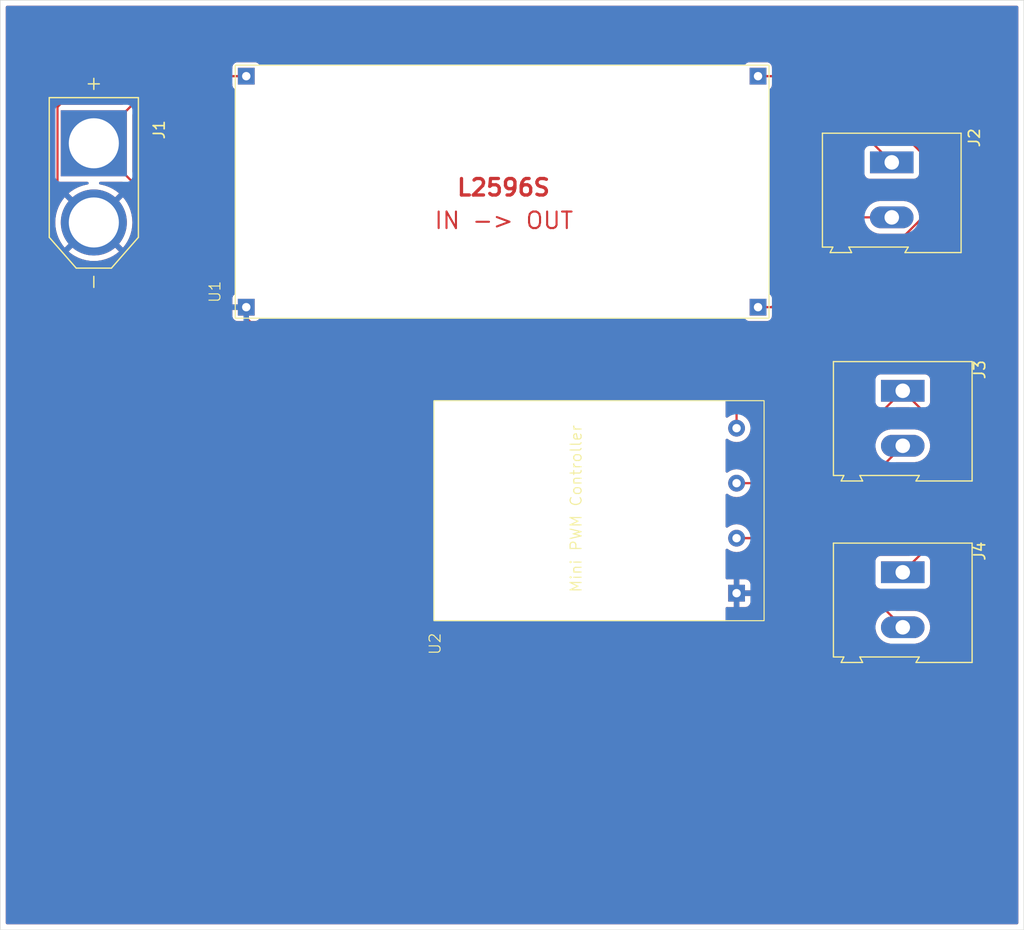
<source format=kicad_pcb>
(kicad_pcb (version 20240108) (generator "pcbnew") (generator_version "8.0")
  (layers (0 "F.Cu" signal) (31 "B.Cu" signal) (34 "B.Paste" user) (35 "F.Paste" user) (36 "B.SilkS" user "B.Silkscreen") (37 "F.SilkS" user "F.Silkscreen") (38 "B.Mask" user) (39 "F.Mask" user) (44 "Edge.Cuts" user))
  (net 0 "")
  (net 1 "GND")
  (net 2 "+15V")
  (net 3 "Net-(J2-Pin_1)")
  (net 4 "GND1")
  (net 5 "+12V")
  (net 6 "GND2")
  (footprint "Connectors_Custom:AMASS_XT60-M" (layer "F.Cu") (at 131.5 74.6 -90)
    (property "Reference" "J1" (at -4.825 -5.935 -90) (layer "F.SilkS"))
    (property "Value" "PWR Supply Port")
    (fp_line (start -7.75 4.05) (end -7.75 -4.05) (stroke (width 0.127)) (layer "F.SilkS"))
    (fp_line (start 4.95 4.05) (end -7.75 4.05) (stroke (width 0.127)) (layer "F.SilkS"))
    (fp_line (start 7.75 1.6) (end 4.95 4.05) (stroke (width 0.127)) (layer "F.SilkS"))
    (fp_line (start -9.5 0) (end -8.5 0) (stroke (width 0.127)) (layer "F.SilkS"))
    (fp_line (start 8.5 0) (end 9.5 0) (stroke (width 0.127)) (layer "F.SilkS"))
    (fp_line (start -9 -0.5) (end -9 0.5) (stroke (width 0.127)) (layer "F.SilkS"))
    (fp_line (start 7.75 -1.6) (end 7.75 1.6) (stroke (width 0.127)) (layer "F.SilkS"))
    (fp_line (start -7.75 -4.05) (end 4.95 -4.05) (stroke (width 0.127)) (layer "F.SilkS"))
    (fp_line (start 4.95 -4.05) (end 7.75 -1.6) (stroke (width 0.127)) (layer "F.SilkS"))
    (pad "N" thru_hole circle (at 3.6 0 270) (size 6 6) (drill 4.55) (layers "*.Cu" "*.Mask") (net 1 "GND"))
    (pad "P" thru_hole rect (at -3.6 0 270) (size 6 6) (drill 4.55) (layers "*.Cu" "*.Mask") (net 2 "+15V"))
  )
  (footprint "Converters_DCDC_Custom:Mini_PWM_Controller" (layer "F.Cu") (at 192.4 114.4 90)
    (property "Reference" "U2" (at -2.1 -29.9 90) (layer "F.SilkS") (effects (font (thickness 0.1))))
    (property "Value" "Mini PWM Controller")
    (fp_rect (start 0 -30) (end 20 0) (stroke (width 0.1)) (fill none) (layer "F.SilkS"))
    (fp_text user "Mini PWM Controller" (at 2.5 -16.5 90) (layer "F.SilkS") (effects (font (thickness 0.1)) (justify left bottom)))
    (pad "1" thru_hole rect (at 2.5 -2.5 90) (size 1.524 1.524) (drill 0.762) (layers "*.Cu" "*.Mask") (net 1 "GND"))
    (pad "2" thru_hole circle (at 7.5 -2.5 90) (size 1.524 1.524) (drill 0.762) (layers "*.Cu" "*.Mask") (net 6 "GND2"))
    (pad "3" thru_hole circle (at 12.5 -2.5 90) (size 1.524 1.524) (drill 0.762) (layers "*.Cu" "*.Mask") (net 5 "+12V"))
    (pad "4" thru_hole circle (at 17.5 -2.5 90) (size 1.524 1.524) (drill 0.762) (layers "*.Cu" "*.Mask") (net 2 "+15V"))
    (zone (net 0) (net_name "") (layers "F&B.Cu") (connect_pads (clearance 0)) (min_thickness 0.25)
      (keepout (tracks not_allowed) (vias not_allowed) (pads not_allowed) (copperpour not_allowed) (footprints not_allowed))
      (fill (thermal_gap 0.5) (thermal_bridge_width 0.5))
      (polygon (pts (xy 188.9 114.4) (xy 188.9 94.4) (xy 162.4 94.4) (xy 162.4 114.4)))
    )
  )
  (footprint "TerminalBlock:TerminalBlock_Altech_AK300-2_P5.00mm" (layer "F.Cu") (at 204 72.735 -90)
    (property "Reference" "J2" (at -2.235 -7.5 90) (layer "F.SilkS"))
    (property "Value" "Arduino Terminal")
    (fp_line (start -2.65 6.3) (end 7.7 6.3) (stroke (width 0.12)) (layer "F.SilkS"))
    (fp_line (start 7.7 6.3) (end 7.7 5.35) (stroke (width 0.12)) (layer "F.SilkS"))
    (fp_line (start 8.2 5.6) (end 8.2 3.7) (stroke (width 0.12)) (layer "F.SilkS"))
    (fp_line (start 7.7 5.35) (end 8.2 5.6) (stroke (width 0.12)) (layer "F.SilkS"))
    (fp_line (start 7.7 3.9) (end 7.7 -1.5) (stroke (width 0.12)) (layer "F.SilkS"))
    (fp_line (start 8.2 3.7) (end 8.2 3.65) (stroke (width 0.12)) (layer "F.SilkS"))
    (fp_line (start 8.2 3.65) (end 7.7 3.9) (stroke (width 0.12)) (layer "F.SilkS"))
    (fp_line (start 8.2 -1.2) (end 8.2 -6.3) (stroke (width 0.12)) (layer "F.SilkS"))
    (fp_line (start 7.7 -1.5) (end 8.2 -1.2) (stroke (width 0.12)) (layer "F.SilkS"))
    (fp_line (start -2.65 -6.3) (end -2.65 6.3) (stroke (width 0.12)) (layer "F.SilkS"))
    (fp_line (start 8.2 -6.3) (end -2.65 -6.3) (stroke (width 0.12)) (layer "F.SilkS"))
    (pad "1" thru_hole rect (at 0 0 270) (size 1.98 3.96) (drill 1.32) (layers "*.Cu" "*.Mask") (net 3 "Net-(J2-Pin_1)"))
    (pad "2" thru_hole oval (at 5 0 270) (size 1.98 3.96) (drill 1.32) (layers "*.Cu" "*.Mask") (net 4 "GND1"))
  )
  (footprint "Converters_DCDC_Custom:L2596S" (layer "F.Cu") (at 144.35 86.9)
    (property "Reference" "U1" (at -1.85 -2.4 90) (layer "F.SilkS") (effects (font (thickness 0.1))))
    (property "Value" "L2596S" (hide yes))
    (fp_rect (start 0 -23) (end 48.5 0) (stroke (width 0.1)) (fill none) (layer "F.SilkS"))
    (fp_text user "IN -> OUT" (at 18 -8 0) (layer "F.Cu") (effects (font (size 1.5 1.5) (thickness 0.1875)) (justify left bottom)))
    (fp_text user "L2596S" (at 20 -11 0) (layer "F.Cu") (effects (font (size 1.5 1.5) (thickness 0.3) (bold yes)) (justify left bottom)))
    (pad "1" thru_hole rect (at 1 -22) (size 1.524 1.524) (drill 0.762) (layers "*.Cu" "*.Mask") (net 2 "+15V"))
    (pad "2" thru_hole rect (at 1 -1) (size 1.524 1.524) (drill 0.762) (layers "*.Cu" "*.Mask") (net 1 "GND"))
    (pad "3" thru_hole rect (at 47.5 -22) (size 1.524 1.524) (drill 0.762) (layers "*.Cu" "*.Mask") (net 3 "Net-(J2-Pin_1)"))
    (pad "4" thru_hole rect (at 47.5 -1) (size 1.524 1.524) (drill 0.762) (layers "*.Cu" "*.Mask") (net 4 "GND1"))
    (zone (net 0) (net_name "") (layers "F&B.Cu") (connect_pads (clearance 0)) (min_thickness 0.25)
      (keepout (tracks not_allowed) (vias not_allowed) (pads not_allowed) (copperpour not_allowed) (footprints not_allowed))
      (fill (thermal_gap 0.5) (thermal_bridge_width 0.5))
      (polygon (pts (xy 146.35 65.9) (xy 146.35 63.9) (xy 190.85 63.9) (xy 190.85 65.9) (xy 192.85 65.9) (xy 192.85 84.9) (xy 190.85 84.9) (xy 190.85 86.9) (xy 146.35 86.9) (xy 146.35 84.9) (xy 144.35 84.9) (xy 144.35 65.9)))
    )
  )
  (footprint "TerminalBlock:TerminalBlock_Altech_AK300-2_P5.00mm" (layer "F.Cu") (at 205 110 -90)
    (property "Reference" "J4" (at -1.92 -6.99 90) (layer "F.SilkS"))
    (property "Value" "Motor 1 Terminal")
    (fp_line (start -2.65 6.3) (end 7.7 6.3) (stroke (width 0.12)) (layer "F.SilkS"))
    (fp_line (start 7.7 6.3) (end 7.7 5.35) (stroke (width 0.12)) (layer "F.SilkS"))
    (fp_line (start 8.2 5.6) (end 8.2 3.7) (stroke (width 0.12)) (layer "F.SilkS"))
    (fp_line (start 7.7 5.35) (end 8.2 5.6) (stroke (width 0.12)) (layer "F.SilkS"))
    (fp_line (start 7.7 3.9) (end 7.7 -1.5) (stroke (width 0.12)) (layer "F.SilkS"))
    (fp_line (start 8.2 3.7) (end 8.2 3.65) (stroke (width 0.12)) (layer "F.SilkS"))
    (fp_line (start 8.2 3.65) (end 7.7 3.9) (stroke (width 0.12)) (layer "F.SilkS"))
    (fp_line (start 8.2 -1.2) (end 8.2 -6.3) (stroke (width 0.12)) (layer "F.SilkS"))
    (fp_line (start 7.7 -1.5) (end 8.2 -1.2) (stroke (width 0.12)) (layer "F.SilkS"))
    (fp_line (start -2.65 -6.3) (end -2.65 6.3) (stroke (width 0.12)) (layer "F.SilkS"))
    (fp_line (start 8.2 -6.3) (end -2.65 -6.3) (stroke (width 0.12)) (layer "F.SilkS"))
    (pad "1" thru_hole rect (at 0 0 270) (size 1.98 3.96) (drill 1.32) (layers "*.Cu" "*.Mask") (net 5 "+12V"))
    (pad "2" thru_hole oval (at 5 0 270) (size 1.98 3.96) (drill 1.32) (layers "*.Cu" "*.Mask") (net 6 "GND2"))
  )
  (footprint "TerminalBlock:TerminalBlock_Altech_AK300-2_P5.00mm" (layer "F.Cu") (at 205 93.5 -90)
    (property "Reference" "J3" (at -1.92 -6.99 90) (layer "F.SilkS"))
    (property "Value" "Motor 2 Terminal")
    (fp_line (start -2.65 6.3) (end 7.7 6.3) (stroke (width 0.12)) (layer "F.SilkS"))
    (fp_line (start 7.7 6.3) (end 7.7 5.35) (stroke (width 0.12)) (layer "F.SilkS"))
    (fp_line (start 8.2 5.6) (end 8.2 3.7) (stroke (width 0.12)) (layer "F.SilkS"))
    (fp_line (start 7.7 5.35) (end 8.2 5.6) (stroke (width 0.12)) (layer "F.SilkS"))
    (fp_line (start 7.7 3.9) (end 7.7 -1.5) (stroke (width 0.12)) (layer "F.SilkS"))
    (fp_line (start 8.2 3.7) (end 8.2 3.65) (stroke (width 0.12)) (layer "F.SilkS"))
    (fp_line (start 8.2 3.65) (end 7.7 3.9) (stroke (width 0.12)) (layer "F.SilkS"))
    (fp_line (start 8.2 -1.2) (end 8.2 -6.3) (stroke (width 0.12)) (layer "F.SilkS"))
    (fp_line (start 7.7 -1.5) (end 8.2 -1.2) (stroke (width 0.12)) (layer "F.SilkS"))
    (fp_line (start -2.65 -6.3) (end -2.65 6.3) (stroke (width 0.12)) (layer "F.SilkS"))
    (fp_line (start 8.2 -6.3) (end -2.65 -6.3) (stroke (width 0.12)) (layer "F.SilkS"))
    (pad "1" thru_hole rect (at 0 0 270) (size 1.98 3.96) (drill 1.32) (layers "*.Cu" "*.Mask") (net 5 "+12V"))
    (pad "2" thru_hole oval (at 5 0 270) (size 1.98 3.96) (drill 1.32) (layers "*.Cu" "*.Mask") (net 6 "GND2"))
  )
  (gr_rect (start 123 58) (end 216 142.5) (stroke (width 0.05)) (fill none) (layer "Edge.Cuts"))
  (segment (start 128.2 67.7) (end 133.9 62) (width 0.2) (layer "F.Cu") (net 1))
  (segment (start 145.35 86.862) (end 145.35 85.9) (width 0.2) (layer "F.Cu") (net 1))
  (segment (start 131.5 78.2) (end 128.2 74.9) (width 0.2) (layer "F.Cu") (net 1))
  (segment (start 195.549335 89) (end 147.488 89) (width 0.2) (layer "F.Cu") (net 1))
  (segment (start 208.5 73.665) (end 208.5 76.049335) (width 0.2) (layer "F.Cu") (net 1))
  (segment (start 196.835 62) (end 208.5 73.665) (width 0.2) (layer "F.Cu") (net 1))
  (segment (start 133.9 62) (end 196.835 62) (width 0.2) (layer "F.Cu") (net 1))
  (segment (start 208.5 76.049335) (end 195.549335 89) (width 0.2) (layer "F.Cu") (net 1))
  (segment (start 131.5 78.2) (end 131.908578 78.2) (width 0.2) (layer "F.Cu") (net 1))
  (segment (start 128.2 74.9) (end 128.2 67.7) (width 0.2) (layer "F.Cu") (net 1))
  (segment (start 147.488 89) (end 145.35 86.862) (width 0.2) (layer "F.Cu") (net 1))
  (segment (start 144.5 90.5) (end 137.5 83.5) (width 0.2) (layer "F.Cu") (net 2))
  (segment (start 189.9 92.9) (end 187.5 90.5) (width 0.2) (layer "F.Cu") (net 2))
  (segment (start 137.6 64.9) (end 145.35 64.9) (width 0.2) (layer "F.Cu") (net 2))
  (segment (start 187.5 90.5) (end 144.5 90.5) (width 0.2) (layer "F.Cu") (net 2))
  (segment (start 137.5 77) (end 131.5 71) (width 0.2) (layer "F.Cu") (net 2))
  (segment (start 189.9 96.9) (end 189.9 92.9) (width 0.2) (layer "F.Cu") (net 2))
  (segment (start 137.5 83.5) (end 137.5 77) (width 0.2) (layer "F.Cu") (net 2))
  (segment (start 131.5 71) (end 137.6 64.9) (width 0.2) (layer "F.Cu") (net 2))
  (segment (start 196.165 64.9) (end 204 72.735) (width 0.2) (layer "F.Cu") (net 3))
  (segment (start 191.85 64.9) (end 196.165 64.9) (width 0.2) (layer "F.Cu") (net 3))
  (segment (start 191.85 85.9) (end 193.1 85.9) (width 0.2) (layer "F.Cu") (net 4))
  (segment (start 193.1 85.9) (end 201.265 77.735) (width 0.2) (layer "F.Cu") (net 4))
  (segment (start 201.265 77.735) (end 204 77.735) (width 0.2) (layer "F.Cu") (net 4))
  (segment (start 205 110) (end 208.5 106.5) (width 0.2) (layer "F.Cu") (net 5))
  (segment (start 196.6 101.9) (end 205 93.5) (width 0.2) (layer "F.Cu") (net 5))
  (segment (start 189.9 101.9) (end 196.6 101.9) (width 0.2) (layer "F.Cu") (net 5))
  (segment (start 208.5 97) (end 205 93.5) (width 0.2) (layer "F.Cu") (net 5))
  (segment (start 208.5 106.5) (end 208.5 97) (width 0.2) (layer "F.Cu") (net 5))
  (segment (start 189.9 106.9) (end 196.6 106.9) (width 0.2) (layer "F.Cu") (net 6))
  (segment (start 196.9 106.9) (end 205 115) (width 0.2) (layer "F.Cu") (net 6))
  (segment (start 189.9 106.9) (end 196.9 106.9) (width 0.2) (layer "F.Cu") (net 6))
  (segment (start 196.6 106.9) (end 205 98.5) (width 0.2) (layer "F.Cu") (net 6))
  (zone (net 1) (net_name "GND") (layers "F&B.Cu") (connect_pads (clearance 0.5)) (min_thickness 0.25) (fill yes (thermal_gap 0.5) (thermal_bridge_width 0.5))
    (polygon (pts (xy 123 58) (xy 216 58) (xy 216 142.5) (xy 123 142.5)))
  )
)
</source>
